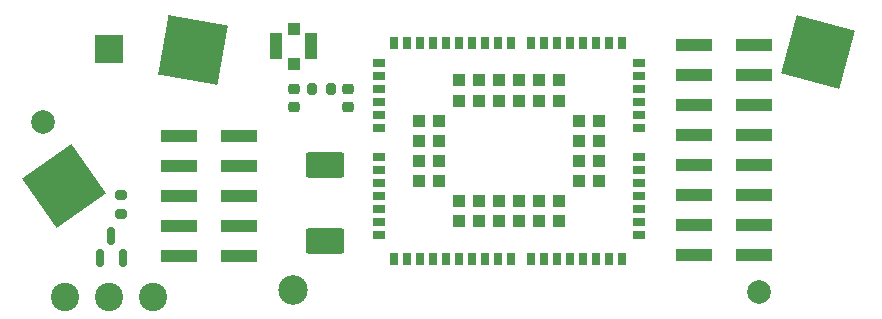
<source format=gbr>
%TF.GenerationSoftware,KiCad,Pcbnew,8.0.4*%
%TF.CreationDate,2024-11-07T22:09:53+00:00*%
%TF.ProjectId,BG95V4,42473935-5634-42e6-9b69-6361645f7063,rev?*%
%TF.SameCoordinates,Original*%
%TF.FileFunction,Soldermask,Bot*%
%TF.FilePolarity,Negative*%
%FSLAX46Y46*%
G04 Gerber Fmt 4.6, Leading zero omitted, Abs format (unit mm)*
G04 Created by KiCad (PCBNEW 8.0.4) date 2024-11-07 22:09:53*
%MOMM*%
%LPD*%
G01*
G04 APERTURE LIST*
G04 Aperture macros list*
%AMRoundRect*
0 Rectangle with rounded corners*
0 $1 Rounding radius*
0 $2 $3 $4 $5 $6 $7 $8 $9 X,Y pos of 4 corners*
0 Add a 4 corners polygon primitive as box body*
4,1,4,$2,$3,$4,$5,$6,$7,$8,$9,$2,$3,0*
0 Add four circle primitives for the rounded corners*
1,1,$1+$1,$2,$3*
1,1,$1+$1,$4,$5*
1,1,$1+$1,$6,$7*
1,1,$1+$1,$8,$9*
0 Add four rect primitives between the rounded corners*
20,1,$1+$1,$2,$3,$4,$5,0*
20,1,$1+$1,$4,$5,$6,$7,0*
20,1,$1+$1,$6,$7,$8,$9,0*
20,1,$1+$1,$8,$9,$2,$3,0*%
%AMRotRect*
0 Rectangle, with rotation*
0 The origin of the aperture is its center*
0 $1 length*
0 $2 width*
0 $3 Rotation angle, in degrees counterclockwise*
0 Add horizontal line*
21,1,$1,$2,0,0,$3*%
G04 Aperture macros list end*
%ADD10R,2.400000X2.400000*%
%ADD11C,2.400000*%
%ADD12C,2.500000*%
%ADD13R,0.700000X1.100000*%
%ADD14R,1.100000X0.700000*%
%ADD15R,1.000000X1.000000*%
%ADD16RoundRect,0.250001X-1.399999X0.837499X-1.399999X-0.837499X1.399999X-0.837499X1.399999X0.837499X0*%
%ADD17R,1.050000X2.200000*%
%ADD18R,3.150000X1.000000*%
%ADD19RotRect,5.100000X5.100000X170.000000*%
%ADD20C,2.000000*%
%ADD21RoundRect,0.200000X-0.200000X-0.275000X0.200000X-0.275000X0.200000X0.275000X-0.200000X0.275000X0*%
%ADD22RoundRect,0.150000X0.150000X-0.587500X0.150000X0.587500X-0.150000X0.587500X-0.150000X-0.587500X0*%
%ADD23RoundRect,0.225000X-0.250000X0.225000X-0.250000X-0.225000X0.250000X-0.225000X0.250000X0.225000X0*%
%ADD24RotRect,5.100000X5.100000X165.000000*%
%ADD25RotRect,5.100000X5.100000X125.000000*%
%ADD26RoundRect,0.200000X-0.275000X0.200000X-0.275000X-0.200000X0.275000X-0.200000X0.275000X0.200000X0*%
G04 APERTURE END LIST*
D10*
%TO.C,BT1*%
X11750000Y19500000D03*
D11*
X11750000Y-1500000D03*
X15500000Y-1500000D03*
X8000000Y-1500000D03*
%TD*%
D12*
%TO.C,H1*%
X27330400Y-863600D03*
%TD*%
D13*
%TO.C,U1*%
X35900000Y20050000D03*
X37000000Y20050000D03*
X38100000Y20050000D03*
X39200000Y20050000D03*
X40300000Y20050000D03*
X41400000Y20050000D03*
X42500000Y20050000D03*
X43600000Y20050000D03*
X44700000Y20050000D03*
X45800000Y20050000D03*
X47500000Y20050000D03*
X48600000Y20050000D03*
X49700000Y20050000D03*
X50800000Y20050000D03*
X51900000Y20050000D03*
X53000000Y20050000D03*
X54100000Y20050000D03*
X55200000Y20050000D03*
D14*
X56600000Y18350000D03*
X56600000Y17250000D03*
X56600000Y16150000D03*
X56600000Y15050000D03*
X56600000Y13950000D03*
X56600000Y12850000D03*
X56600000Y10350000D03*
X56600000Y9250000D03*
X56600000Y8150000D03*
X56600000Y7050000D03*
X56600000Y5950000D03*
X56600000Y4850000D03*
X56600000Y3750000D03*
D13*
X55200000Y1750000D03*
X54100000Y1750000D03*
X53000000Y1750000D03*
X51900000Y1750000D03*
X50800000Y1750000D03*
X49700000Y1750000D03*
X48600000Y1750000D03*
X47500000Y1750000D03*
X45800000Y1750000D03*
X44700000Y1750000D03*
X43600000Y1750000D03*
X42500000Y1750000D03*
X41400000Y1750000D03*
X40300000Y1750000D03*
X39200000Y1750000D03*
X38100000Y1750000D03*
X37000000Y1750000D03*
X35900000Y1750000D03*
D14*
X34600000Y3750000D03*
X34600000Y4850000D03*
X34600000Y5950000D03*
X34600000Y7050000D03*
X34600000Y8150000D03*
X34600000Y9250000D03*
X34600000Y10350000D03*
X34600000Y12850000D03*
X34600000Y13950000D03*
X34600000Y15050000D03*
X34600000Y16150000D03*
X34600000Y17250000D03*
X34600000Y18350000D03*
D15*
X41350000Y16850000D03*
X43050000Y16850000D03*
X44750000Y16850000D03*
X46450000Y16850000D03*
X48150000Y16850000D03*
X49850000Y16850000D03*
X53250000Y13450000D03*
X53250000Y11750000D03*
X53250000Y10050000D03*
X53250000Y8350000D03*
X49850000Y4950000D03*
X48150000Y4950000D03*
X46450000Y4950000D03*
X44750000Y4950000D03*
X43050000Y4950000D03*
X41350000Y4950000D03*
X37950000Y8350000D03*
X37950000Y10050000D03*
X37950000Y11750000D03*
X37950000Y13450000D03*
X41350000Y15150000D03*
X43050000Y15150000D03*
X44750000Y15150000D03*
X46450000Y15150000D03*
X48150000Y15150000D03*
X49850000Y15150000D03*
X51550000Y13450000D03*
X51550000Y11750000D03*
X51550000Y10050000D03*
X51550000Y8350000D03*
X49850000Y6650000D03*
X48150000Y6650000D03*
X46450000Y6650000D03*
X44750000Y6650000D03*
X43050000Y6650000D03*
X41350000Y6650000D03*
X39650000Y8350000D03*
X39650000Y10050000D03*
X39650000Y11750000D03*
X39650000Y13450000D03*
%TD*%
D16*
%TO.C,C5*%
X30060000Y9667500D03*
X30060000Y3292500D03*
%TD*%
D15*
%TO.C,J12*%
X27381200Y18235800D03*
D17*
X28856200Y19735800D03*
D15*
X27381200Y21235800D03*
D17*
X25906200Y19735800D03*
%TD*%
D18*
%TO.C,J3*%
X66350000Y19840000D03*
X66350000Y17300000D03*
X66350000Y14760000D03*
X66350000Y12220000D03*
X66350000Y9680000D03*
X66350000Y7140000D03*
X66350000Y4600000D03*
X66350000Y2060000D03*
X61300000Y19840000D03*
X61300000Y17300000D03*
X61300000Y14760000D03*
X61300000Y12220000D03*
X61300000Y9680000D03*
X61300000Y7140000D03*
X61300000Y4600000D03*
X61300000Y2060000D03*
%TD*%
D19*
%TO.C,J5*%
X18897600Y19431000D03*
%TD*%
D20*
%TO.C,FID2*%
X66776600Y-1092200D03*
%TD*%
D21*
%TO.C,R4*%
X28900000Y16150000D03*
X30550000Y16150000D03*
%TD*%
D18*
%TO.C,J2*%
X17700000Y1970000D03*
X17700000Y4510000D03*
X17700000Y7050000D03*
X17700000Y9590000D03*
X17700000Y12130000D03*
X22750000Y1970000D03*
X22750000Y4510000D03*
X22750000Y7050000D03*
X22750000Y9590000D03*
X22750000Y12130000D03*
%TD*%
D22*
%TO.C,Q1*%
X12888000Y1805700D03*
X10988000Y1805700D03*
X11938000Y3680700D03*
%TD*%
D23*
%TO.C,C13*%
X27375000Y16150000D03*
X27375000Y14600000D03*
%TD*%
D24*
%TO.C,J6*%
X71805800Y19227800D03*
%TD*%
D25*
%TO.C,J4*%
X7900000Y7950200D03*
%TD*%
D26*
%TO.C,R2*%
X12725400Y7175000D03*
X12725400Y5525000D03*
%TD*%
D20*
%TO.C,FID3*%
X6197600Y13309600D03*
%TD*%
D23*
%TO.C,C14*%
X32000000Y16150000D03*
X32000000Y14600000D03*
%TD*%
M02*

</source>
